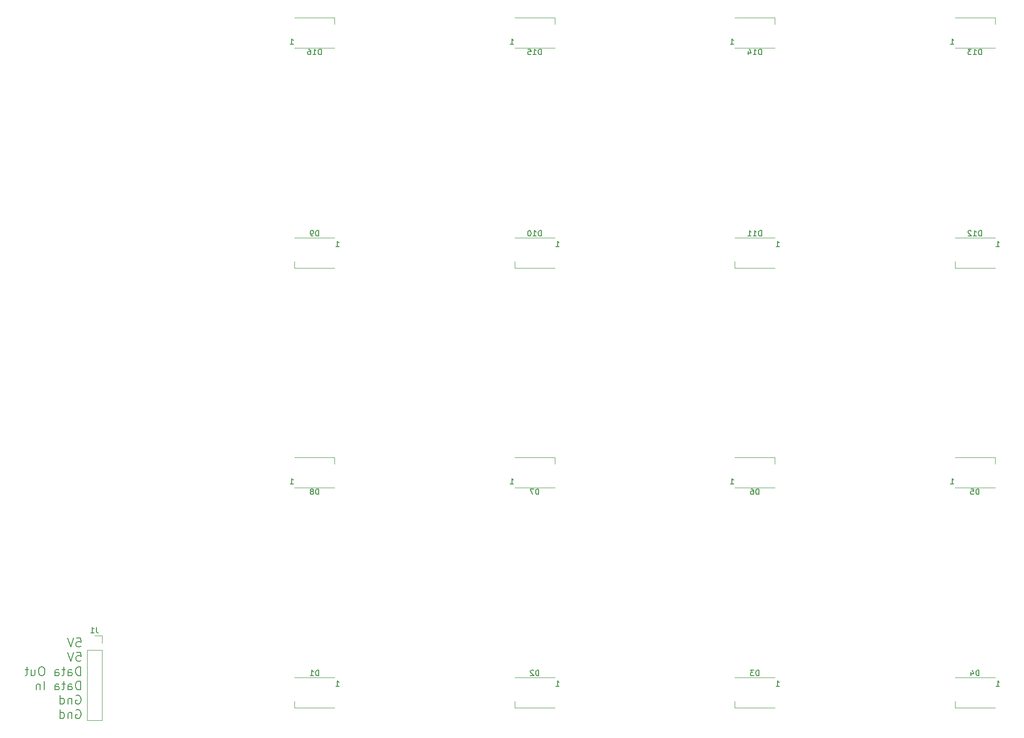
<source format=gbr>
G04 #@! TF.GenerationSoftware,KiCad,Pcbnew,(5.1.5)-3*
G04 #@! TF.CreationDate,2021-10-07T01:20:47-04:00*
G04 #@! TF.ProjectId,LEFT_Side Panel,4c454654-5f53-4696-9465-2050616e656c,rev?*
G04 #@! TF.SameCoordinates,Original*
G04 #@! TF.FileFunction,Legend,Bot*
G04 #@! TF.FilePolarity,Positive*
%FSLAX46Y46*%
G04 Gerber Fmt 4.6, Leading zero omitted, Abs format (unit mm)*
G04 Created by KiCad (PCBNEW (5.1.5)-3) date 2021-10-07 01:20:47*
%MOMM*%
%LPD*%
G04 APERTURE LIST*
%ADD10C,0.200000*%
%ADD11C,0.120000*%
%ADD12C,0.150000*%
G04 APERTURE END LIST*
D10*
X21727142Y-189123809D02*
X22489047Y-189123809D01*
X22565238Y-189885714D01*
X22489047Y-189809523D01*
X22336666Y-189733333D01*
X21955714Y-189733333D01*
X21803333Y-189809523D01*
X21727142Y-189885714D01*
X21650952Y-190038095D01*
X21650952Y-190419047D01*
X21727142Y-190571428D01*
X21803333Y-190647619D01*
X21955714Y-190723809D01*
X22336666Y-190723809D01*
X22489047Y-190647619D01*
X22565238Y-190571428D01*
X21193809Y-189123809D02*
X20660476Y-190723809D01*
X20127142Y-189123809D01*
X21727142Y-191723809D02*
X22489047Y-191723809D01*
X22565238Y-192485714D01*
X22489047Y-192409523D01*
X22336666Y-192333333D01*
X21955714Y-192333333D01*
X21803333Y-192409523D01*
X21727142Y-192485714D01*
X21650952Y-192638095D01*
X21650952Y-193019047D01*
X21727142Y-193171428D01*
X21803333Y-193247619D01*
X21955714Y-193323809D01*
X22336666Y-193323809D01*
X22489047Y-193247619D01*
X22565238Y-193171428D01*
X21193809Y-191723809D02*
X20660476Y-193323809D01*
X20127142Y-191723809D01*
X22489047Y-195923809D02*
X22489047Y-194323809D01*
X22108095Y-194323809D01*
X21879523Y-194400000D01*
X21727142Y-194552380D01*
X21650952Y-194704761D01*
X21574761Y-195009523D01*
X21574761Y-195238095D01*
X21650952Y-195542857D01*
X21727142Y-195695238D01*
X21879523Y-195847619D01*
X22108095Y-195923809D01*
X22489047Y-195923809D01*
X20203333Y-195923809D02*
X20203333Y-195085714D01*
X20279523Y-194933333D01*
X20431904Y-194857142D01*
X20736666Y-194857142D01*
X20889047Y-194933333D01*
X20203333Y-195847619D02*
X20355714Y-195923809D01*
X20736666Y-195923809D01*
X20889047Y-195847619D01*
X20965238Y-195695238D01*
X20965238Y-195542857D01*
X20889047Y-195390476D01*
X20736666Y-195314285D01*
X20355714Y-195314285D01*
X20203333Y-195238095D01*
X19670000Y-194857142D02*
X19060476Y-194857142D01*
X19441428Y-194323809D02*
X19441428Y-195695238D01*
X19365238Y-195847619D01*
X19212857Y-195923809D01*
X19060476Y-195923809D01*
X17841428Y-195923809D02*
X17841428Y-195085714D01*
X17917619Y-194933333D01*
X18070000Y-194857142D01*
X18374761Y-194857142D01*
X18527142Y-194933333D01*
X17841428Y-195847619D02*
X17993809Y-195923809D01*
X18374761Y-195923809D01*
X18527142Y-195847619D01*
X18603333Y-195695238D01*
X18603333Y-195542857D01*
X18527142Y-195390476D01*
X18374761Y-195314285D01*
X17993809Y-195314285D01*
X17841428Y-195238095D01*
X15555714Y-194323809D02*
X15250952Y-194323809D01*
X15098571Y-194400000D01*
X14946190Y-194552380D01*
X14870000Y-194857142D01*
X14870000Y-195390476D01*
X14946190Y-195695238D01*
X15098571Y-195847619D01*
X15250952Y-195923809D01*
X15555714Y-195923809D01*
X15708095Y-195847619D01*
X15860476Y-195695238D01*
X15936666Y-195390476D01*
X15936666Y-194857142D01*
X15860476Y-194552380D01*
X15708095Y-194400000D01*
X15555714Y-194323809D01*
X13498571Y-194857142D02*
X13498571Y-195923809D01*
X14184285Y-194857142D02*
X14184285Y-195695238D01*
X14108095Y-195847619D01*
X13955714Y-195923809D01*
X13727142Y-195923809D01*
X13574761Y-195847619D01*
X13498571Y-195771428D01*
X12965238Y-194857142D02*
X12355714Y-194857142D01*
X12736666Y-194323809D02*
X12736666Y-195695238D01*
X12660476Y-195847619D01*
X12508095Y-195923809D01*
X12355714Y-195923809D01*
X22489047Y-198523809D02*
X22489047Y-196923809D01*
X22108095Y-196923809D01*
X21879523Y-197000000D01*
X21727142Y-197152380D01*
X21650952Y-197304761D01*
X21574761Y-197609523D01*
X21574761Y-197838095D01*
X21650952Y-198142857D01*
X21727142Y-198295238D01*
X21879523Y-198447619D01*
X22108095Y-198523809D01*
X22489047Y-198523809D01*
X20203333Y-198523809D02*
X20203333Y-197685714D01*
X20279523Y-197533333D01*
X20431904Y-197457142D01*
X20736666Y-197457142D01*
X20889047Y-197533333D01*
X20203333Y-198447619D02*
X20355714Y-198523809D01*
X20736666Y-198523809D01*
X20889047Y-198447619D01*
X20965238Y-198295238D01*
X20965238Y-198142857D01*
X20889047Y-197990476D01*
X20736666Y-197914285D01*
X20355714Y-197914285D01*
X20203333Y-197838095D01*
X19670000Y-197457142D02*
X19060476Y-197457142D01*
X19441428Y-196923809D02*
X19441428Y-198295238D01*
X19365238Y-198447619D01*
X19212857Y-198523809D01*
X19060476Y-198523809D01*
X17841428Y-198523809D02*
X17841428Y-197685714D01*
X17917619Y-197533333D01*
X18070000Y-197457142D01*
X18374761Y-197457142D01*
X18527142Y-197533333D01*
X17841428Y-198447619D02*
X17993809Y-198523809D01*
X18374761Y-198523809D01*
X18527142Y-198447619D01*
X18603333Y-198295238D01*
X18603333Y-198142857D01*
X18527142Y-197990476D01*
X18374761Y-197914285D01*
X17993809Y-197914285D01*
X17841428Y-197838095D01*
X15860476Y-198523809D02*
X15860476Y-196923809D01*
X15098571Y-197457142D02*
X15098571Y-198523809D01*
X15098571Y-197609523D02*
X15022380Y-197533333D01*
X14870000Y-197457142D01*
X14641428Y-197457142D01*
X14489047Y-197533333D01*
X14412857Y-197685714D01*
X14412857Y-198523809D01*
X21650952Y-199600000D02*
X21803333Y-199523809D01*
X22031904Y-199523809D01*
X22260476Y-199600000D01*
X22412857Y-199752380D01*
X22489047Y-199904761D01*
X22565238Y-200209523D01*
X22565238Y-200438095D01*
X22489047Y-200742857D01*
X22412857Y-200895238D01*
X22260476Y-201047619D01*
X22031904Y-201123809D01*
X21879523Y-201123809D01*
X21650952Y-201047619D01*
X21574761Y-200971428D01*
X21574761Y-200438095D01*
X21879523Y-200438095D01*
X20889047Y-200057142D02*
X20889047Y-201123809D01*
X20889047Y-200209523D02*
X20812857Y-200133333D01*
X20660476Y-200057142D01*
X20431904Y-200057142D01*
X20279523Y-200133333D01*
X20203333Y-200285714D01*
X20203333Y-201123809D01*
X18755714Y-201123809D02*
X18755714Y-199523809D01*
X18755714Y-201047619D02*
X18908095Y-201123809D01*
X19212857Y-201123809D01*
X19365238Y-201047619D01*
X19441428Y-200971428D01*
X19517619Y-200819047D01*
X19517619Y-200361904D01*
X19441428Y-200209523D01*
X19365238Y-200133333D01*
X19212857Y-200057142D01*
X18908095Y-200057142D01*
X18755714Y-200133333D01*
X21650952Y-202200000D02*
X21803333Y-202123809D01*
X22031904Y-202123809D01*
X22260476Y-202200000D01*
X22412857Y-202352380D01*
X22489047Y-202504761D01*
X22565238Y-202809523D01*
X22565238Y-203038095D01*
X22489047Y-203342857D01*
X22412857Y-203495238D01*
X22260476Y-203647619D01*
X22031904Y-203723809D01*
X21879523Y-203723809D01*
X21650952Y-203647619D01*
X21574761Y-203571428D01*
X21574761Y-203038095D01*
X21879523Y-203038095D01*
X20889047Y-202657142D02*
X20889047Y-203723809D01*
X20889047Y-202809523D02*
X20812857Y-202733333D01*
X20660476Y-202657142D01*
X20431904Y-202657142D01*
X20279523Y-202733333D01*
X20203333Y-202885714D01*
X20203333Y-203723809D01*
X18755714Y-203723809D02*
X18755714Y-202123809D01*
X18755714Y-203647619D02*
X18908095Y-203723809D01*
X19212857Y-203723809D01*
X19365238Y-203647619D01*
X19441428Y-203571428D01*
X19517619Y-203419047D01*
X19517619Y-202961904D01*
X19441428Y-202809523D01*
X19365238Y-202733333D01*
X19212857Y-202657142D01*
X18908095Y-202657142D01*
X18755714Y-202733333D01*
D11*
X26330000Y-188670000D02*
X25000000Y-188670000D01*
X26330000Y-190000000D02*
X26330000Y-188670000D01*
X26330000Y-191270000D02*
X23670000Y-191270000D01*
X23670000Y-191270000D02*
X23670000Y-204030000D01*
X26330000Y-191270000D02*
X26330000Y-204030000D01*
X26330000Y-204030000D02*
X23670000Y-204030000D01*
X68650000Y-76250000D02*
X68650000Y-77400000D01*
X61350000Y-76250000D02*
X68650000Y-76250000D01*
X61350000Y-81750000D02*
X68650000Y-81750000D01*
X108650000Y-76250000D02*
X108650000Y-77400000D01*
X101350000Y-76250000D02*
X108650000Y-76250000D01*
X101350000Y-81750000D02*
X108650000Y-81750000D01*
X148650000Y-76250000D02*
X148650000Y-77400000D01*
X141350000Y-76250000D02*
X148650000Y-76250000D01*
X141350000Y-81750000D02*
X148650000Y-81750000D01*
X188650000Y-76250000D02*
X188650000Y-77400000D01*
X181350000Y-76250000D02*
X188650000Y-76250000D01*
X181350000Y-81750000D02*
X188650000Y-81750000D01*
X181350000Y-121750000D02*
X181350000Y-120600000D01*
X188650000Y-121750000D02*
X181350000Y-121750000D01*
X188650000Y-116250000D02*
X181350000Y-116250000D01*
X141350000Y-121750000D02*
X141350000Y-120600000D01*
X148650000Y-121750000D02*
X141350000Y-121750000D01*
X148650000Y-116250000D02*
X141350000Y-116250000D01*
X101350000Y-121750000D02*
X101350000Y-120600000D01*
X108650000Y-121750000D02*
X101350000Y-121750000D01*
X108650000Y-116250000D02*
X101350000Y-116250000D01*
X68650000Y-116250000D02*
X61350000Y-116250000D01*
X68650000Y-121750000D02*
X61350000Y-121750000D01*
X61350000Y-121750000D02*
X61350000Y-120600000D01*
X61350000Y-161750000D02*
X68650000Y-161750000D01*
X61350000Y-156250000D02*
X68650000Y-156250000D01*
X68650000Y-156250000D02*
X68650000Y-157400000D01*
X101350000Y-161750000D02*
X108650000Y-161750000D01*
X101350000Y-156250000D02*
X108650000Y-156250000D01*
X108650000Y-156250000D02*
X108650000Y-157400000D01*
X148650000Y-156250000D02*
X148650000Y-157400000D01*
X141350000Y-156250000D02*
X148650000Y-156250000D01*
X141350000Y-161750000D02*
X148650000Y-161750000D01*
X188650000Y-156250000D02*
X188650000Y-157400000D01*
X181350000Y-156250000D02*
X188650000Y-156250000D01*
X181350000Y-161750000D02*
X188650000Y-161750000D01*
X181350000Y-201750000D02*
X181350000Y-200600000D01*
X188650000Y-201750000D02*
X181350000Y-201750000D01*
X188650000Y-196250000D02*
X181350000Y-196250000D01*
X141350000Y-201750000D02*
X141350000Y-200600000D01*
X148650000Y-201750000D02*
X141350000Y-201750000D01*
X148650000Y-196250000D02*
X141350000Y-196250000D01*
X101350000Y-201750000D02*
X101350000Y-200600000D01*
X108650000Y-201750000D02*
X101350000Y-201750000D01*
X108650000Y-196250000D02*
X101350000Y-196250000D01*
X61350000Y-201750000D02*
X61350000Y-200600000D01*
X68650000Y-201750000D02*
X61350000Y-201750000D01*
X68650000Y-196250000D02*
X61350000Y-196250000D01*
D12*
X25333333Y-187122380D02*
X25333333Y-187836666D01*
X25380952Y-187979523D01*
X25476190Y-188074761D01*
X25619047Y-188122380D01*
X25714285Y-188122380D01*
X24333333Y-188122380D02*
X24904761Y-188122380D01*
X24619047Y-188122380D02*
X24619047Y-187122380D01*
X24714285Y-187265238D01*
X24809523Y-187360476D01*
X24904761Y-187408095D01*
X66214285Y-82952380D02*
X66214285Y-81952380D01*
X65976190Y-81952380D01*
X65833333Y-82000000D01*
X65738095Y-82095238D01*
X65690476Y-82190476D01*
X65642857Y-82380952D01*
X65642857Y-82523809D01*
X65690476Y-82714285D01*
X65738095Y-82809523D01*
X65833333Y-82904761D01*
X65976190Y-82952380D01*
X66214285Y-82952380D01*
X64690476Y-82952380D02*
X65261904Y-82952380D01*
X64976190Y-82952380D02*
X64976190Y-81952380D01*
X65071428Y-82095238D01*
X65166666Y-82190476D01*
X65261904Y-82238095D01*
X63833333Y-81952380D02*
X64023809Y-81952380D01*
X64119047Y-82000000D01*
X64166666Y-82047619D01*
X64261904Y-82190476D01*
X64309523Y-82380952D01*
X64309523Y-82761904D01*
X64261904Y-82857142D01*
X64214285Y-82904761D01*
X64119047Y-82952380D01*
X63928571Y-82952380D01*
X63833333Y-82904761D01*
X63785714Y-82857142D01*
X63738095Y-82761904D01*
X63738095Y-82523809D01*
X63785714Y-82428571D01*
X63833333Y-82380952D01*
X63928571Y-82333333D01*
X64119047Y-82333333D01*
X64214285Y-82380952D01*
X64261904Y-82428571D01*
X64309523Y-82523809D01*
X60564285Y-81052380D02*
X61135714Y-81052380D01*
X60850000Y-81052380D02*
X60850000Y-80052380D01*
X60945238Y-80195238D01*
X61040476Y-80290476D01*
X61135714Y-80338095D01*
X106214285Y-82952380D02*
X106214285Y-81952380D01*
X105976190Y-81952380D01*
X105833333Y-82000000D01*
X105738095Y-82095238D01*
X105690476Y-82190476D01*
X105642857Y-82380952D01*
X105642857Y-82523809D01*
X105690476Y-82714285D01*
X105738095Y-82809523D01*
X105833333Y-82904761D01*
X105976190Y-82952380D01*
X106214285Y-82952380D01*
X104690476Y-82952380D02*
X105261904Y-82952380D01*
X104976190Y-82952380D02*
X104976190Y-81952380D01*
X105071428Y-82095238D01*
X105166666Y-82190476D01*
X105261904Y-82238095D01*
X103785714Y-81952380D02*
X104261904Y-81952380D01*
X104309523Y-82428571D01*
X104261904Y-82380952D01*
X104166666Y-82333333D01*
X103928571Y-82333333D01*
X103833333Y-82380952D01*
X103785714Y-82428571D01*
X103738095Y-82523809D01*
X103738095Y-82761904D01*
X103785714Y-82857142D01*
X103833333Y-82904761D01*
X103928571Y-82952380D01*
X104166666Y-82952380D01*
X104261904Y-82904761D01*
X104309523Y-82857142D01*
X100564285Y-81052380D02*
X101135714Y-81052380D01*
X100850000Y-81052380D02*
X100850000Y-80052380D01*
X100945238Y-80195238D01*
X101040476Y-80290476D01*
X101135714Y-80338095D01*
X146214285Y-82952380D02*
X146214285Y-81952380D01*
X145976190Y-81952380D01*
X145833333Y-82000000D01*
X145738095Y-82095238D01*
X145690476Y-82190476D01*
X145642857Y-82380952D01*
X145642857Y-82523809D01*
X145690476Y-82714285D01*
X145738095Y-82809523D01*
X145833333Y-82904761D01*
X145976190Y-82952380D01*
X146214285Y-82952380D01*
X144690476Y-82952380D02*
X145261904Y-82952380D01*
X144976190Y-82952380D02*
X144976190Y-81952380D01*
X145071428Y-82095238D01*
X145166666Y-82190476D01*
X145261904Y-82238095D01*
X143833333Y-82285714D02*
X143833333Y-82952380D01*
X144071428Y-81904761D02*
X144309523Y-82619047D01*
X143690476Y-82619047D01*
X140564285Y-81052380D02*
X141135714Y-81052380D01*
X140850000Y-81052380D02*
X140850000Y-80052380D01*
X140945238Y-80195238D01*
X141040476Y-80290476D01*
X141135714Y-80338095D01*
X186214285Y-82952380D02*
X186214285Y-81952380D01*
X185976190Y-81952380D01*
X185833333Y-82000000D01*
X185738095Y-82095238D01*
X185690476Y-82190476D01*
X185642857Y-82380952D01*
X185642857Y-82523809D01*
X185690476Y-82714285D01*
X185738095Y-82809523D01*
X185833333Y-82904761D01*
X185976190Y-82952380D01*
X186214285Y-82952380D01*
X184690476Y-82952380D02*
X185261904Y-82952380D01*
X184976190Y-82952380D02*
X184976190Y-81952380D01*
X185071428Y-82095238D01*
X185166666Y-82190476D01*
X185261904Y-82238095D01*
X184357142Y-81952380D02*
X183738095Y-81952380D01*
X184071428Y-82333333D01*
X183928571Y-82333333D01*
X183833333Y-82380952D01*
X183785714Y-82428571D01*
X183738095Y-82523809D01*
X183738095Y-82761904D01*
X183785714Y-82857142D01*
X183833333Y-82904761D01*
X183928571Y-82952380D01*
X184214285Y-82952380D01*
X184309523Y-82904761D01*
X184357142Y-82857142D01*
X180564285Y-81052380D02*
X181135714Y-81052380D01*
X180850000Y-81052380D02*
X180850000Y-80052380D01*
X180945238Y-80195238D01*
X181040476Y-80290476D01*
X181135714Y-80338095D01*
X186214285Y-115952380D02*
X186214285Y-114952380D01*
X185976190Y-114952380D01*
X185833333Y-115000000D01*
X185738095Y-115095238D01*
X185690476Y-115190476D01*
X185642857Y-115380952D01*
X185642857Y-115523809D01*
X185690476Y-115714285D01*
X185738095Y-115809523D01*
X185833333Y-115904761D01*
X185976190Y-115952380D01*
X186214285Y-115952380D01*
X184690476Y-115952380D02*
X185261904Y-115952380D01*
X184976190Y-115952380D02*
X184976190Y-114952380D01*
X185071428Y-115095238D01*
X185166666Y-115190476D01*
X185261904Y-115238095D01*
X184309523Y-115047619D02*
X184261904Y-115000000D01*
X184166666Y-114952380D01*
X183928571Y-114952380D01*
X183833333Y-115000000D01*
X183785714Y-115047619D01*
X183738095Y-115142857D01*
X183738095Y-115238095D01*
X183785714Y-115380952D01*
X184357142Y-115952380D01*
X183738095Y-115952380D01*
X188864285Y-117852380D02*
X189435714Y-117852380D01*
X189150000Y-117852380D02*
X189150000Y-116852380D01*
X189245238Y-116995238D01*
X189340476Y-117090476D01*
X189435714Y-117138095D01*
X146214285Y-115952380D02*
X146214285Y-114952380D01*
X145976190Y-114952380D01*
X145833333Y-115000000D01*
X145738095Y-115095238D01*
X145690476Y-115190476D01*
X145642857Y-115380952D01*
X145642857Y-115523809D01*
X145690476Y-115714285D01*
X145738095Y-115809523D01*
X145833333Y-115904761D01*
X145976190Y-115952380D01*
X146214285Y-115952380D01*
X144690476Y-115952380D02*
X145261904Y-115952380D01*
X144976190Y-115952380D02*
X144976190Y-114952380D01*
X145071428Y-115095238D01*
X145166666Y-115190476D01*
X145261904Y-115238095D01*
X143738095Y-115952380D02*
X144309523Y-115952380D01*
X144023809Y-115952380D02*
X144023809Y-114952380D01*
X144119047Y-115095238D01*
X144214285Y-115190476D01*
X144309523Y-115238095D01*
X148864285Y-117852380D02*
X149435714Y-117852380D01*
X149150000Y-117852380D02*
X149150000Y-116852380D01*
X149245238Y-116995238D01*
X149340476Y-117090476D01*
X149435714Y-117138095D01*
X106214285Y-115952380D02*
X106214285Y-114952380D01*
X105976190Y-114952380D01*
X105833333Y-115000000D01*
X105738095Y-115095238D01*
X105690476Y-115190476D01*
X105642857Y-115380952D01*
X105642857Y-115523809D01*
X105690476Y-115714285D01*
X105738095Y-115809523D01*
X105833333Y-115904761D01*
X105976190Y-115952380D01*
X106214285Y-115952380D01*
X104690476Y-115952380D02*
X105261904Y-115952380D01*
X104976190Y-115952380D02*
X104976190Y-114952380D01*
X105071428Y-115095238D01*
X105166666Y-115190476D01*
X105261904Y-115238095D01*
X104071428Y-114952380D02*
X103976190Y-114952380D01*
X103880952Y-115000000D01*
X103833333Y-115047619D01*
X103785714Y-115142857D01*
X103738095Y-115333333D01*
X103738095Y-115571428D01*
X103785714Y-115761904D01*
X103833333Y-115857142D01*
X103880952Y-115904761D01*
X103976190Y-115952380D01*
X104071428Y-115952380D01*
X104166666Y-115904761D01*
X104214285Y-115857142D01*
X104261904Y-115761904D01*
X104309523Y-115571428D01*
X104309523Y-115333333D01*
X104261904Y-115142857D01*
X104214285Y-115047619D01*
X104166666Y-115000000D01*
X104071428Y-114952380D01*
X108864285Y-117852380D02*
X109435714Y-117852380D01*
X109150000Y-117852380D02*
X109150000Y-116852380D01*
X109245238Y-116995238D01*
X109340476Y-117090476D01*
X109435714Y-117138095D01*
X65738095Y-115952380D02*
X65738095Y-114952380D01*
X65500000Y-114952380D01*
X65357142Y-115000000D01*
X65261904Y-115095238D01*
X65214285Y-115190476D01*
X65166666Y-115380952D01*
X65166666Y-115523809D01*
X65214285Y-115714285D01*
X65261904Y-115809523D01*
X65357142Y-115904761D01*
X65500000Y-115952380D01*
X65738095Y-115952380D01*
X64690476Y-115952380D02*
X64500000Y-115952380D01*
X64404761Y-115904761D01*
X64357142Y-115857142D01*
X64261904Y-115714285D01*
X64214285Y-115523809D01*
X64214285Y-115142857D01*
X64261904Y-115047619D01*
X64309523Y-115000000D01*
X64404761Y-114952380D01*
X64595238Y-114952380D01*
X64690476Y-115000000D01*
X64738095Y-115047619D01*
X64785714Y-115142857D01*
X64785714Y-115380952D01*
X64738095Y-115476190D01*
X64690476Y-115523809D01*
X64595238Y-115571428D01*
X64404761Y-115571428D01*
X64309523Y-115523809D01*
X64261904Y-115476190D01*
X64214285Y-115380952D01*
X68864285Y-117852380D02*
X69435714Y-117852380D01*
X69150000Y-117852380D02*
X69150000Y-116852380D01*
X69245238Y-116995238D01*
X69340476Y-117090476D01*
X69435714Y-117138095D01*
X65738095Y-162952380D02*
X65738095Y-161952380D01*
X65500000Y-161952380D01*
X65357142Y-162000000D01*
X65261904Y-162095238D01*
X65214285Y-162190476D01*
X65166666Y-162380952D01*
X65166666Y-162523809D01*
X65214285Y-162714285D01*
X65261904Y-162809523D01*
X65357142Y-162904761D01*
X65500000Y-162952380D01*
X65738095Y-162952380D01*
X64595238Y-162380952D02*
X64690476Y-162333333D01*
X64738095Y-162285714D01*
X64785714Y-162190476D01*
X64785714Y-162142857D01*
X64738095Y-162047619D01*
X64690476Y-162000000D01*
X64595238Y-161952380D01*
X64404761Y-161952380D01*
X64309523Y-162000000D01*
X64261904Y-162047619D01*
X64214285Y-162142857D01*
X64214285Y-162190476D01*
X64261904Y-162285714D01*
X64309523Y-162333333D01*
X64404761Y-162380952D01*
X64595238Y-162380952D01*
X64690476Y-162428571D01*
X64738095Y-162476190D01*
X64785714Y-162571428D01*
X64785714Y-162761904D01*
X64738095Y-162857142D01*
X64690476Y-162904761D01*
X64595238Y-162952380D01*
X64404761Y-162952380D01*
X64309523Y-162904761D01*
X64261904Y-162857142D01*
X64214285Y-162761904D01*
X64214285Y-162571428D01*
X64261904Y-162476190D01*
X64309523Y-162428571D01*
X64404761Y-162380952D01*
X60564285Y-161052380D02*
X61135714Y-161052380D01*
X60850000Y-161052380D02*
X60850000Y-160052380D01*
X60945238Y-160195238D01*
X61040476Y-160290476D01*
X61135714Y-160338095D01*
X105738095Y-162952380D02*
X105738095Y-161952380D01*
X105500000Y-161952380D01*
X105357142Y-162000000D01*
X105261904Y-162095238D01*
X105214285Y-162190476D01*
X105166666Y-162380952D01*
X105166666Y-162523809D01*
X105214285Y-162714285D01*
X105261904Y-162809523D01*
X105357142Y-162904761D01*
X105500000Y-162952380D01*
X105738095Y-162952380D01*
X104833333Y-161952380D02*
X104166666Y-161952380D01*
X104595238Y-162952380D01*
X100564285Y-161052380D02*
X101135714Y-161052380D01*
X100850000Y-161052380D02*
X100850000Y-160052380D01*
X100945238Y-160195238D01*
X101040476Y-160290476D01*
X101135714Y-160338095D01*
X145738095Y-162952380D02*
X145738095Y-161952380D01*
X145500000Y-161952380D01*
X145357142Y-162000000D01*
X145261904Y-162095238D01*
X145214285Y-162190476D01*
X145166666Y-162380952D01*
X145166666Y-162523809D01*
X145214285Y-162714285D01*
X145261904Y-162809523D01*
X145357142Y-162904761D01*
X145500000Y-162952380D01*
X145738095Y-162952380D01*
X144309523Y-161952380D02*
X144500000Y-161952380D01*
X144595238Y-162000000D01*
X144642857Y-162047619D01*
X144738095Y-162190476D01*
X144785714Y-162380952D01*
X144785714Y-162761904D01*
X144738095Y-162857142D01*
X144690476Y-162904761D01*
X144595238Y-162952380D01*
X144404761Y-162952380D01*
X144309523Y-162904761D01*
X144261904Y-162857142D01*
X144214285Y-162761904D01*
X144214285Y-162523809D01*
X144261904Y-162428571D01*
X144309523Y-162380952D01*
X144404761Y-162333333D01*
X144595238Y-162333333D01*
X144690476Y-162380952D01*
X144738095Y-162428571D01*
X144785714Y-162523809D01*
X140564285Y-161052380D02*
X141135714Y-161052380D01*
X140850000Y-161052380D02*
X140850000Y-160052380D01*
X140945238Y-160195238D01*
X141040476Y-160290476D01*
X141135714Y-160338095D01*
X185738095Y-162952380D02*
X185738095Y-161952380D01*
X185500000Y-161952380D01*
X185357142Y-162000000D01*
X185261904Y-162095238D01*
X185214285Y-162190476D01*
X185166666Y-162380952D01*
X185166666Y-162523809D01*
X185214285Y-162714285D01*
X185261904Y-162809523D01*
X185357142Y-162904761D01*
X185500000Y-162952380D01*
X185738095Y-162952380D01*
X184261904Y-161952380D02*
X184738095Y-161952380D01*
X184785714Y-162428571D01*
X184738095Y-162380952D01*
X184642857Y-162333333D01*
X184404761Y-162333333D01*
X184309523Y-162380952D01*
X184261904Y-162428571D01*
X184214285Y-162523809D01*
X184214285Y-162761904D01*
X184261904Y-162857142D01*
X184309523Y-162904761D01*
X184404761Y-162952380D01*
X184642857Y-162952380D01*
X184738095Y-162904761D01*
X184785714Y-162857142D01*
X180564285Y-161052380D02*
X181135714Y-161052380D01*
X180850000Y-161052380D02*
X180850000Y-160052380D01*
X180945238Y-160195238D01*
X181040476Y-160290476D01*
X181135714Y-160338095D01*
X185738095Y-195952380D02*
X185738095Y-194952380D01*
X185500000Y-194952380D01*
X185357142Y-195000000D01*
X185261904Y-195095238D01*
X185214285Y-195190476D01*
X185166666Y-195380952D01*
X185166666Y-195523809D01*
X185214285Y-195714285D01*
X185261904Y-195809523D01*
X185357142Y-195904761D01*
X185500000Y-195952380D01*
X185738095Y-195952380D01*
X184309523Y-195285714D02*
X184309523Y-195952380D01*
X184547619Y-194904761D02*
X184785714Y-195619047D01*
X184166666Y-195619047D01*
X188864285Y-197852380D02*
X189435714Y-197852380D01*
X189150000Y-197852380D02*
X189150000Y-196852380D01*
X189245238Y-196995238D01*
X189340476Y-197090476D01*
X189435714Y-197138095D01*
X145738095Y-195952380D02*
X145738095Y-194952380D01*
X145500000Y-194952380D01*
X145357142Y-195000000D01*
X145261904Y-195095238D01*
X145214285Y-195190476D01*
X145166666Y-195380952D01*
X145166666Y-195523809D01*
X145214285Y-195714285D01*
X145261904Y-195809523D01*
X145357142Y-195904761D01*
X145500000Y-195952380D01*
X145738095Y-195952380D01*
X144833333Y-194952380D02*
X144214285Y-194952380D01*
X144547619Y-195333333D01*
X144404761Y-195333333D01*
X144309523Y-195380952D01*
X144261904Y-195428571D01*
X144214285Y-195523809D01*
X144214285Y-195761904D01*
X144261904Y-195857142D01*
X144309523Y-195904761D01*
X144404761Y-195952380D01*
X144690476Y-195952380D01*
X144785714Y-195904761D01*
X144833333Y-195857142D01*
X148864285Y-197852380D02*
X149435714Y-197852380D01*
X149150000Y-197852380D02*
X149150000Y-196852380D01*
X149245238Y-196995238D01*
X149340476Y-197090476D01*
X149435714Y-197138095D01*
X105738095Y-195952380D02*
X105738095Y-194952380D01*
X105500000Y-194952380D01*
X105357142Y-195000000D01*
X105261904Y-195095238D01*
X105214285Y-195190476D01*
X105166666Y-195380952D01*
X105166666Y-195523809D01*
X105214285Y-195714285D01*
X105261904Y-195809523D01*
X105357142Y-195904761D01*
X105500000Y-195952380D01*
X105738095Y-195952380D01*
X104785714Y-195047619D02*
X104738095Y-195000000D01*
X104642857Y-194952380D01*
X104404761Y-194952380D01*
X104309523Y-195000000D01*
X104261904Y-195047619D01*
X104214285Y-195142857D01*
X104214285Y-195238095D01*
X104261904Y-195380952D01*
X104833333Y-195952380D01*
X104214285Y-195952380D01*
X108864285Y-197852380D02*
X109435714Y-197852380D01*
X109150000Y-197852380D02*
X109150000Y-196852380D01*
X109245238Y-196995238D01*
X109340476Y-197090476D01*
X109435714Y-197138095D01*
X65738095Y-195952380D02*
X65738095Y-194952380D01*
X65500000Y-194952380D01*
X65357142Y-195000000D01*
X65261904Y-195095238D01*
X65214285Y-195190476D01*
X65166666Y-195380952D01*
X65166666Y-195523809D01*
X65214285Y-195714285D01*
X65261904Y-195809523D01*
X65357142Y-195904761D01*
X65500000Y-195952380D01*
X65738095Y-195952380D01*
X64214285Y-195952380D02*
X64785714Y-195952380D01*
X64500000Y-195952380D02*
X64500000Y-194952380D01*
X64595238Y-195095238D01*
X64690476Y-195190476D01*
X64785714Y-195238095D01*
X68864285Y-197852380D02*
X69435714Y-197852380D01*
X69150000Y-197852380D02*
X69150000Y-196852380D01*
X69245238Y-196995238D01*
X69340476Y-197090476D01*
X69435714Y-197138095D01*
M02*

</source>
